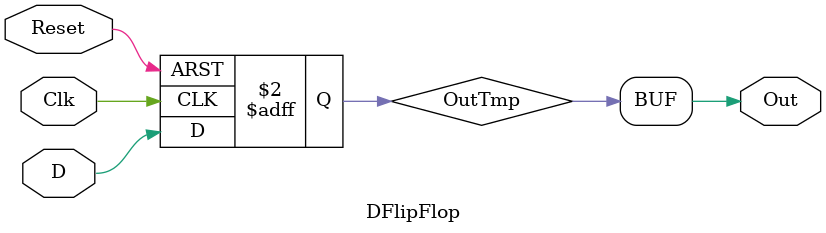
<source format=v>
`timescale 1ns/1ps
module DFlipFlop(input Clk,
                 input Reset,
                 input D,
                 output Out);

    reg OutTmp;

    assign Out = OutTmp;

    always @(posedge Clk, posedge Reset)begin
        if(Reset) begin
            OutTmp <= 1'b0;
        end else if (Clk) begin
            OutTmp <= D;
        end
    end
endmodule
</source>
